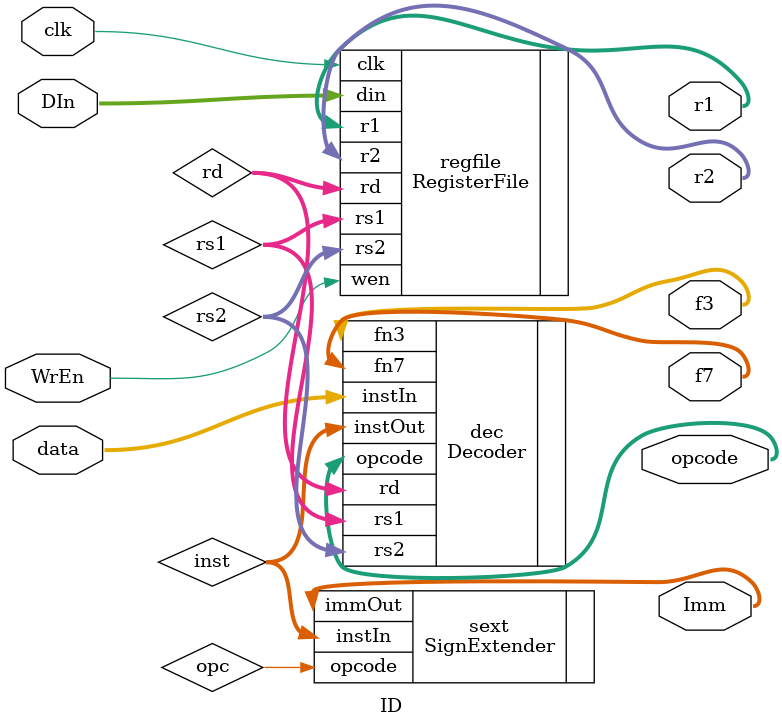
<source format=sv>
module ID(data, f3, f7, opcode, WrEn, Imm, r1, r2, DIn, clk);
	input logic [31:0] data;
	output logic [2:0] f3;
	output logic [6:0] f7;
	output logic [6:0] opcode;
	input bit WrEn;
	input bit clk;
	output logic [31:0] Imm;
	output logic [31:0] r1;
	output logic [31:0] r2;
	input logic [31:0] DIn;
	logic [31:0] inst;
	logic [4:0] rs1;
	logic [4:0] rs2;
	logic [4:0] rd;
	Decoder dec(.instIn(data), .opcode(opcode), .instOut(inst), .rs1(rs1), .rs2(rs2), .rd(rd), .fn3(f3), .fn7(f7));
	//decoder dec(.(data), .(opcode), .(inst), .(rs1), .(rs2), .(rd), .(f3), .(f7));
	SignExtender sext(.opcode(opc), .instIn(inst), .immOut(Imm));
	RegisterFile regfile(.din(DIn), .rd(rd), .rs1(rs1), .rs2(rs2), .wen(WrEn), .r1(r1), .r2(r2), .clk(clk));
endmodule
</source>
